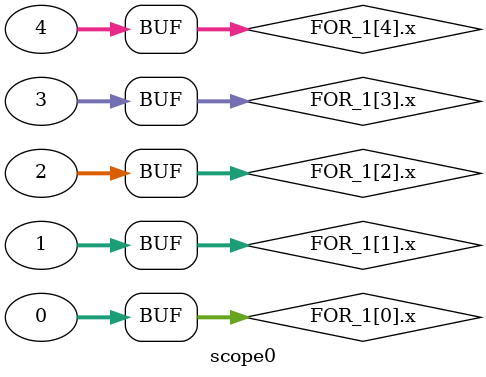
<source format=v>
module scope0;

   genvar i;

   generate
      for (i=0; i<5; i=i+1) begin: FOR_1
         integer x=i;
      end
   endgenerate

   generate
      for (i=0; i<5; i=i+1) begin: FOR_2
         always @(*) begin
            $display(FOR_1[i].x);
         end
      end
   endgenerate

endmodule

</source>
